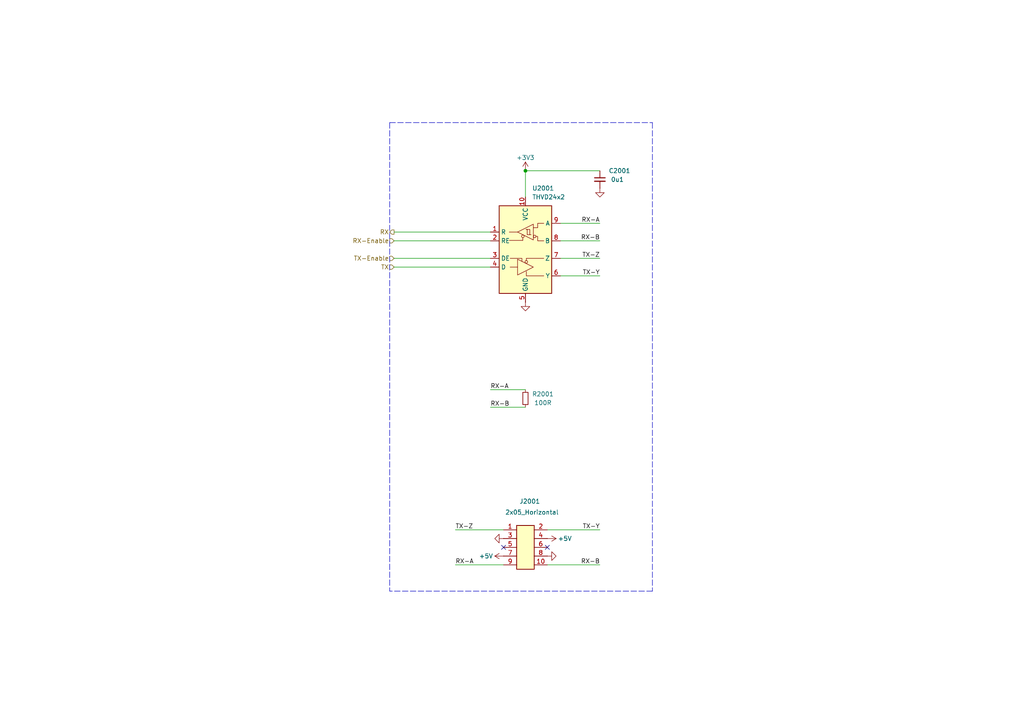
<source format=kicad_sch>
(kicad_sch (version 20250114) (generator "eeschema") (generator_version "9.0")
  (paper "A4")
  (title_block (title "V2 Link") (date "2025-10-27") (rev "4") (company "Socket"))
  (lib_symbols
    (symbol "Device:C_Small" (pin_numbers (hide yes)) (pin_names (offset 0.254) (hide yes))
      (property "Reference" "C" (at 0.254 1.778 0))
      (property "Value" "C_Small" (at 0.254 -2.032 0))
      (symbol "C_Small_0_1"
        (polyline (pts (xy -1.524 0.508) (xy 1.524 0.508)) (stroke (width 0.3048)))
        (polyline (pts (xy -1.524 -0.508) (xy 1.524 -0.508)) (stroke (width 0.3302)))
      )
      (symbol "C_Small_1_1"
        (pin passive line (at 0 2.54 270) (length 2.032) (name "~") (number "1"))
        (pin passive line (at 0 -2.54 90) (length 2.032) (name "~") (number "2"))
      )
    )
    (symbol "Device:R_Small" (pin_numbers (hide yes)) (pin_names (offset 0.254) (hide yes))
      (property "Reference" "R" (at 0 0 90))
      (property "Value" "R_Small" (at 1.778 0 90))
      (symbol "R_Small_0_1"
        (rectangle (start -0.762 1.778) (end 0.762 -1.778) (stroke (width 0.2032)))
      )
      (symbol "R_Small_1_1"
        (pin passive line (at 0 2.54 270) (length 0.762) (name "~") (number "1"))
        (pin passive line (at 0 -2.54 90) (length 0.762) (name "~") (number "2"))
      )
    )
    (symbol "V2_Connector_Header_1.27mm:2x05_Horizontal" (pin_names (hide yes))
      (property "Reference" "J" (at 0 12.7 0))
      (property "Value" "2x05_Horizontal" (at 1.27 10.16 0))
      (symbol "2x05_Horizontal_1_1"
        (rectangle (start -2.54 6.35) (end 2.54 -6.35) (stroke (width 0.254)) (fill (type background)))
        (pin passive line (at -6.35 5.08 0) (length 3.81) (name "Pin_1") (number "1"))
        (pin passive line (at -6.35 2.54 0) (length 3.81) (name "Pin_3") (number "3"))
        (pin passive line (at -6.35 0 0) (length 3.81) (name "Pin_5") (number "5"))
        (pin passive line (at -6.35 -2.54 0) (length 3.81) (name "Pin_7") (number "7"))
        (pin passive line (at -6.35 -5.08 0) (length 3.81) (name "Pin_9") (number "9"))
        (pin passive line (at 6.35 5.08 180) (length 3.81) (name "Pin_2") (number "2"))
        (pin passive line (at 6.35 2.54 180) (length 3.81) (name "Pin_4") (number "4"))
        (pin passive line (at 6.35 0 180) (length 3.81) (name "Pin_6") (number "6"))
        (pin passive line (at 6.35 -2.54 180) (length 3.81) (name "Pin_8") (number "8"))
        (pin passive line (at 6.35 -5.08 180) (length 3.81) (name "Pin_10") (number "10"))
      )
    )
    (symbol "V2_Interface_RS485:THVD24x2"
      (property "Reference" "U" (at 2.54 17.78 0))
      (property "Value" "THVD24x2" (at 2.54 15.24 0))
      (symbol "THVD24x2_0_1"
        (rectangle (start -7.62 12.7) (end 7.62 -12.7) (stroke (width 0.254)) (fill (type background)))
        (polyline (pts (xy -4.445 -5.08) (xy -2.286 -5.08)))
        (polyline (pts (xy -2.286 5.08) (xy -4.699 5.08)))
        (polyline (pts (xy -2.286 -2.794) (xy -2.286 -7.366) (xy 2.286 -5.08) (xy -2.286 -2.794)))
        (polyline (pts (xy -1.016 -3.429) (xy -1.016 -2.54) (xy -4.445 -2.54)))
        (polyline (pts (xy -0.762 3.429) (xy -0.762 2.667)))
        (polyline (pts (xy -0.762 2.667) (xy -4.699 2.667)))
        (circle (center -0.7445 3.8547) (radius 0.381))
        (circle (center 0.254 -3.556) (radius 0.381))
        (polyline (pts (xy 1.27 4.318) (xy 1.27 5.842) (xy 0.381 5.842)))
        (polyline (pts (xy 1.651 4.318) (xy 0.635 4.318) (xy 0.508 4.318) (xy 0.508 5.842) (xy 0.127 5.842)))
        (polyline (pts (xy 2.286 7.366) (xy 2.286 2.794) (xy -2.286 5.08) (xy 2.286 7.366)))
        (polyline (pts (xy 2.286 6.35) (xy 3.556 6.35) (xy 3.556 7.62) (xy 5.334 7.62)))
        (circle (center 2.667 3.81) (radius 0.381))
        (polyline (pts (xy 3.048 3.81) (xy 3.556 3.81) (xy 3.556 2.54) (xy 5.334 2.54)))
        (polyline (pts (xy 5.334 -2.54) (xy 0.254 -2.54) (xy 0.254 -3.175)))
        (polyline (pts (xy 5.334 -7.62) (xy 0.254 -7.62) (xy 0.254 -6.35)))
      )
      (symbol "THVD24x2_1_1"
        (pin output line (at -10.16 5.08 0) (length 2.54) (name "R") (number "1"))
        (pin input line (at -10.16 2.54 0) (length 2.54) (name "RE") (number "2"))
        (pin input line (at -10.16 -2.54 0) (length 2.54) (name "DE") (number "3"))
        (pin input line (at -10.16 -5.08 0) (length 2.54) (name "D") (number "4"))
        (pin power_in line (at 0 15.24 270) (length 2.54) (name "VCC") (number "10"))
        (pin passive line (at 0 -15.24 90) (length 2.54) (hide yes) (name "GND") (number "11"))
        (pin power_in line (at 0 -15.24 90) (length 2.54) (name "GND") (number "5"))
        (pin input line (at 10.16 7.62 180) (length 2.54) (name "A") (number "9"))
        (pin input line (at 10.16 2.54 180) (length 2.54) (name "B") (number "8"))
        (pin output line (at 10.16 -2.54 180) (length 2.54) (name "Z") (number "7"))
        (pin output line (at 10.16 -7.62 180) (length 2.54) (name "Y") (number "6"))
      )
    )
    (symbol "power:+3V3" (power) (pin_numbers (hide yes)) (pin_names (offset 0) (hide yes))
      (property "Value" "+3V3" (at 0 3.556 0))
      (symbol "+3V3_0_1"
        (polyline (pts (xy -0.762 1.27) (xy 0 2.54)))
        (polyline (pts (xy 0 2.54) (xy 0.762 1.27)))
        (polyline (pts (xy 0 0) (xy 0 2.54)))
      )
      (symbol "+3V3_1_1"
        (pin power_in line (at 0 0 90) (length 0) (name "~") (number "1"))
      )
    )
    (symbol "power:+5V" (power) (pin_numbers (hide yes)) (pin_names (offset 0) (hide yes))
      (property "Value" "+5V" (at 0 3.556 0))
      (symbol "+5V_0_1"
        (polyline (pts (xy -0.762 1.27) (xy 0 2.54)))
        (polyline (pts (xy 0 2.54) (xy 0.762 1.27)))
        (polyline (pts (xy 0 0) (xy 0 2.54)))
      )
      (symbol "+5V_1_1"
        (pin power_in line (at 0 0 90) (length 0) (name "~") (number "1"))
      )
    )
    (symbol "power:GND" (power) (pin_numbers (hide yes)) (pin_names (offset 0) (hide yes))
      (property "Value" "GND" (at 0 -3.81 0))
      (symbol "GND_0_1"
        (polyline (pts (xy 0 0) (xy 0 -1.27) (xy 1.27 -1.27) (xy 0 -2.54) (xy -1.27 -1.27) (xy 0 -1.27)))
      )
      (symbol "GND_1_1"
        (pin power_in line (at 0 0 270) (length 0) (name "~") (number "1"))
      )
    )
  )
  (junction (at 152.4 49.53))
  (no_connect (at 146.05 158.75))
  (no_connect (at 158.75 158.75))
  (wire (pts (xy 152.4 118.11) (xy 142.24 118.11)))
  (wire (pts (xy 152.4 49.53) (xy 173.99 49.53)))
  (wire (pts (xy 152.4 113.03) (xy 142.24 113.03)))
  (wire (pts (xy 114.3 69.85) (xy 142.24 69.85)))
  (wire (pts (xy 146.05 163.83) (xy 132.08 163.83)))
  (wire (pts (xy 114.3 74.93) (xy 142.24 74.93)))
  (polyline (pts (xy 113.03 35.56) (xy 113.03 171.45)) (stroke (width 0) (type dash)))
  (polyline (pts (xy 113.03 35.56) (xy 189.23 35.56)) (stroke (width 0) (type dash)))
  (wire (pts (xy 114.3 67.31) (xy 142.24 67.31)))
  (wire (pts (xy 162.56 80.01) (xy 173.99 80.01)))
  (wire (pts (xy 162.56 69.85) (xy 173.99 69.85)))
  (wire (pts (xy 158.75 153.67) (xy 173.99 153.67)))
  (wire (pts (xy 162.56 74.93) (xy 173.99 74.93)))
  (wire (pts (xy 152.4 49.53) (xy 152.4 57.15)))
  (wire (pts (xy 146.05 153.67) (xy 132.08 153.67)))
  (polyline (pts (xy 189.23 35.56) (xy 189.23 171.45)) (stroke (width 0) (type dash)))
  (wire (pts (xy 162.56 64.77) (xy 173.99 64.77)))
  (polyline (pts (xy 189.23 171.45) (xy 113.03 171.45)) (stroke (width 0) (type dash)))
  (wire (pts (xy 114.3 77.47) (xy 142.24 77.47)))
  (wire (pts (xy 158.75 163.83) (xy 173.99 163.83)))
  (label "RX-A" (at 132.08 163.83 0))
  (label "TX-Z" (at 132.08 153.67 0))
  (label "RX-A" (at 142.24 113.03 0))
  (label "TX-Y" (at 173.99 80.01 180))
  (label "TX-Y" (at 173.99 153.67 180))
  (label "RX-A" (at 173.99 64.77 180))
  (label "RX-B" (at 173.99 69.85 180))
  (label "RX-B" (at 142.24 118.11 0))
  (label "TX-Z" (at 173.99 74.93 180))
  (label "RX-B" (at 173.99 163.83 180))
  (hierarchical_label "TX-Enable" (shape input) (at 114.3 74.93 180))
  (hierarchical_label "RX-Enable" (shape input) (at 114.3 69.85 180))
  (hierarchical_label "TX" (shape input) (at 114.3 77.47 180))
  (hierarchical_label "RX" (shape output) (at 114.3 67.31 180))
  (symbol (lib_id "power:+3V3") (at 152.4 49.53 0) (unit 1)
    (property "Reference" "#PWR02001" (effects (hide yes)))
    (property "Value" "+3V3" (at 152.4 45.72 0))
    (property "Description" "Power symbol creates a global label with name \"+3V3\"" (effects (hide yes)))
  )
  (symbol (lib_id "V2_Interface_RS485:THVD24x2") (at 152.4 72.39 0) (unit 1)
    (property "Reference" "U2001" (at 154.3559 54.61 0) (effects (justify left)))
    (property "Value" "THVD24x2" (at 154.3559 57.15 0) (effects (justify left)))
    (property "Footprint" "V2_Package_SON:VSON-10-4-1EP_3x3mm_P0.5mm_EP1.65x2.4mm_ThermalVias" (effects (hide yes)))
  )
  (symbol (lib_id "power:GND") (at 146.05 156.21 270) (unit 1)
    (property "Reference" "#PWR02004" (effects (hide yes)))
    (property "Value" "GND" (effects (hide yes)))
    (property "Description" "Power symbol creates a global label with name \"GND\" , ground" (effects (hide yes)))
  )
  (symbol (lib_id "power:GND") (at 152.4 87.63 0) (unit 1)
    (property "Reference" "#PWR02003" (effects (hide yes)))
    (property "Value" "GND" (effects (hide yes)))
    (property "Description" "Power symbol creates a global label with name \"GND\" , ground" (effects (hide yes)))
  )
  (symbol (lib_id "power:GND") (at 173.99 54.61 0) (unit 1)
    (property "Reference" "#PWR02002" (effects (hide yes)))
    (property "Value" "GND" (effects (hide yes)))
    (property "Description" "Power symbol creates a global label with name \"GND\" , ground" (effects (hide yes)))
  )
  (symbol (lib_id "Device:R_Small") (at 152.4 115.57 0) (unit 1)
    (property "Reference" "R2001" (at 157.48 114.3 0))
    (property "Value" "100R" (at 157.48 116.84 0))
    (property "Footprint" "Resistor_SMD:R_0603_1608Metric" (effects (hide yes)))
    (property "Description" "Resistor, small symbol" (effects (hide yes)))
  )
  (symbol (lib_id "power:GND") (at 158.75 161.29 90) (unit 1)
    (property "Reference" "#PWR02007" (effects (hide yes)))
    (property "Value" "GND" (effects (hide yes)))
    (property "Description" "Power symbol creates a global label with name \"GND\" , ground" (effects (hide yes)))
  )
  (symbol (lib_id "V2_Connector_Header_1.27mm:2x05_Horizontal") (at 152.4 158.75 0) (unit 1)
    (property "Reference" "J2001" (at 153.67 145.415 0))
    (property "Value" "2x05_Horizontal" (at 154.305 148.59 0))
    (property "Footprint" "V2_Connector_Header_1.27mm:PinHeader_2x05_P1.27mm_Horizontal" (effects (hide yes)))
    (property "Sim.Enable" "0" (effects (hide yes)))
  )
  (symbol (lib_id "Device:C_Small") (at 173.99 52.07 0) (unit 1)
    (property "Reference" "C2001" (at 176.53 49.5362 0) (effects (justify left)))
    (property "Value" "0u1" (at 179.07 52.0762 0))
    (property "Footprint" "Capacitor_SMD:C_0603_1608Metric" (effects (hide yes)))
    (property "Description" "Unpolarized capacitor, small symbol" (effects (hide yes)))
  )
  (symbol (lib_id "power:+5V") (at 146.05 161.29 90) (unit 1)
    (property "Reference" "#PWR02006" (effects (hide yes)))
    (property "Value" "+5V" (at 140.97 161.29 90))
    (property "Description" "Power symbol creates a global label with name \"+5V\"" (effects (hide yes)))
  )
  (symbol (lib_id "power:+5V") (at 158.75 156.21 270) (unit 1)
    (property "Reference" "#PWR02005" (effects (hide yes)))
    (property "Value" "+5V" (at 163.83 156.21 90))
    (property "Description" "Power symbol creates a global label with name \"+5V\"" (effects (hide yes)))
  )
)
</source>
